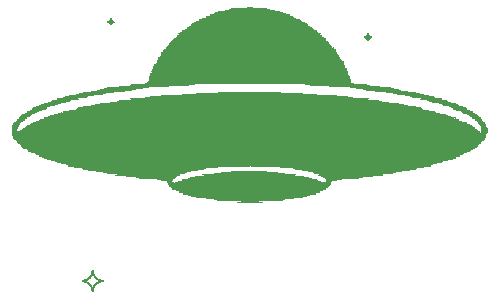
<source format=gtl>
G04*
G04 #@! TF.GenerationSoftware,Altium Limited,Altium Designer,21.8.1 (53)*
G04*
G04 Layer_Physical_Order=1*
G04 Layer_Color=255*
%FSLAX25Y25*%
%MOIN*%
G70*
G04*
G04 #@! TF.SameCoordinates,45F2FB6D-C354-490B-B6FA-590C3EB5E4E4*
G04*
G04*
G04 #@! TF.FilePolarity,Positive*
G04*
G01*
G75*
%ADD10C,0.00800*%
G36*
X156735Y165359D02*
X156228D01*
Y165258D01*
X158156D01*
Y165156D01*
X160998D01*
Y165055D01*
X161404D01*
Y164750D01*
X162216D01*
Y164649D01*
X163637D01*
Y164547D01*
X163942D01*
Y164243D01*
X164551D01*
Y164141D01*
X165769D01*
Y164040D01*
X165870D01*
Y163938D01*
X165769D01*
Y163837D01*
X165870D01*
Y163735D01*
X165972D01*
Y163837D01*
X166175D01*
Y163735D01*
X166784D01*
Y163634D01*
X167596D01*
Y163329D01*
X167697D01*
Y163228D01*
X168509D01*
Y163126D01*
X168915D01*
Y162517D01*
X169423D01*
Y162416D01*
X169930D01*
Y162111D01*
X170032D01*
Y162010D01*
X170133D01*
Y162111D01*
X170235D01*
Y162010D01*
X170844D01*
Y161908D01*
X171047D01*
Y161705D01*
X170945D01*
Y161604D01*
X171250D01*
Y161807D01*
X171149D01*
Y161908D01*
X171453D01*
Y161604D01*
X171554D01*
Y161502D01*
X172163D01*
Y161401D01*
X172468D01*
Y161096D01*
X172570D01*
Y160995D01*
X173077D01*
Y160589D01*
X173584D01*
Y160487D01*
X173990D01*
Y160183D01*
X174092D01*
Y160081D01*
X174701D01*
Y159980D01*
X174904D01*
Y159878D01*
X175005D01*
Y159980D01*
X175107D01*
Y159878D01*
X175208D01*
Y159777D01*
X175107D01*
Y159675D01*
X175005D01*
Y159777D01*
X174904D01*
Y159675D01*
X174802D01*
Y159472D01*
X175107D01*
Y159371D01*
X175310D01*
Y159269D01*
X175716D01*
Y158863D01*
X176224D01*
Y158762D01*
X176325D01*
Y158457D01*
X176629D01*
Y158356D01*
X176731D01*
Y158254D01*
X177137D01*
Y157950D01*
X177239D01*
Y157848D01*
X177848D01*
Y157747D01*
X177949D01*
Y157442D01*
X178050D01*
Y157341D01*
X178456D01*
Y156935D01*
X178863D01*
Y156833D01*
X178964D01*
Y156732D01*
X179269D01*
Y156529D01*
X178964D01*
Y156224D01*
X179167D01*
Y156326D01*
X179269D01*
Y156224D01*
X179370D01*
Y156123D01*
X179776D01*
Y155717D01*
X179878D01*
Y155615D01*
X180081D01*
Y155514D01*
X180182D01*
Y155615D01*
X180487D01*
Y155311D01*
X180588D01*
Y155209D01*
X180690D01*
Y155108D01*
X180994D01*
Y154803D01*
X181096D01*
Y154600D01*
X181502D01*
Y154194D01*
X181603D01*
Y154093D01*
X181705D01*
Y153788D01*
X182009D01*
Y153687D01*
X182111D01*
Y153585D01*
X182212D01*
Y153382D01*
X182111D01*
Y153078D01*
X182517D01*
Y152976D01*
X182618D01*
Y152570D01*
X182923D01*
Y152469D01*
X183024D01*
Y152063D01*
X183126D01*
Y151961D01*
X183430D01*
Y152063D01*
X183633D01*
Y151961D01*
X183735D01*
Y151555D01*
X183836D01*
Y151454D01*
X184242D01*
Y151048D01*
X184344D01*
Y150642D01*
X184648D01*
Y150540D01*
X184750D01*
Y149829D01*
X185156D01*
Y149424D01*
X185257D01*
Y149221D01*
X185359D01*
Y149119D01*
X185257D01*
Y149018D01*
X185359D01*
Y148916D01*
X185663D01*
Y148814D01*
X185765D01*
Y148307D01*
X186171D01*
Y147901D01*
X186272D01*
Y147394D01*
X186678D01*
Y147495D01*
X186780D01*
Y147394D01*
X186881D01*
Y146683D01*
X186983D01*
Y146176D01*
X187389D01*
Y145668D01*
X187490D01*
Y145262D01*
X187795D01*
Y145160D01*
X187896D01*
Y144653D01*
X187998D01*
Y144247D01*
X188302D01*
Y144146D01*
X188404D01*
Y143029D01*
X188505D01*
Y142927D01*
X188607D01*
Y143029D01*
X188810D01*
Y142521D01*
X188911D01*
Y141608D01*
X189013D01*
Y141506D01*
X189114D01*
Y141608D01*
X189216D01*
Y141506D01*
X189317D01*
Y140491D01*
X189419D01*
Y140288D01*
X190231D01*
Y140187D01*
X190332D01*
Y140288D01*
X190535D01*
Y140187D01*
X190637D01*
Y140085D01*
X190535D01*
Y139984D01*
X190941D01*
Y139882D01*
X193276D01*
Y139781D01*
X194798D01*
Y139679D01*
X195001D01*
Y139781D01*
X195103D01*
Y139578D01*
X194798D01*
Y139476D01*
X195610D01*
Y139375D01*
X198046D01*
Y139273D01*
X198148D01*
Y139375D01*
X198249D01*
Y139273D01*
X199569D01*
Y139070D01*
X199467D01*
Y138969D01*
X200076D01*
Y138867D01*
X202106D01*
Y138766D01*
X202817D01*
Y138461D01*
X203730D01*
Y138360D01*
X205253D01*
Y138258D01*
X205862D01*
Y137954D01*
X205761D01*
Y137852D01*
X205862D01*
Y137751D01*
X206065D01*
Y137649D01*
X207892D01*
Y137548D01*
X208400D01*
Y137243D01*
X209516D01*
Y137142D01*
X211038D01*
Y137040D01*
X211140D01*
Y136939D01*
X211038D01*
Y136837D01*
X211140D01*
Y136736D01*
X212358D01*
Y136634D01*
X212561D01*
Y136736D01*
X212663D01*
Y136634D01*
X213678D01*
Y136228D01*
X214693D01*
Y136127D01*
X215505D01*
Y135822D01*
X215911D01*
Y135721D01*
X216926D01*
Y135619D01*
X217433D01*
Y135315D01*
X217941D01*
Y135213D01*
X219463D01*
Y135112D01*
X219565D01*
Y135010D01*
X219666D01*
Y134909D01*
X219565D01*
Y134604D01*
X219971D01*
Y134503D01*
X220783D01*
Y134401D01*
X220884D01*
Y134503D01*
X221189D01*
Y134401D01*
X221290D01*
Y134097D01*
X221696D01*
Y133995D01*
X222711D01*
Y133589D01*
X223219D01*
Y133488D01*
X223828D01*
Y133386D01*
X224031D01*
Y133488D01*
X224335D01*
Y133386D01*
X224437D01*
Y133285D01*
X224335D01*
Y133183D01*
X224437D01*
Y133082D01*
X224944D01*
Y132980D01*
X225452D01*
Y132879D01*
X225756D01*
Y132777D01*
X225452D01*
Y132676D01*
X225858D01*
Y132574D01*
X226365D01*
Y132473D01*
X226771D01*
Y132168D01*
X226873D01*
Y132067D01*
X227583D01*
Y131965D01*
X227989D01*
Y131864D01*
X228091D01*
Y131762D01*
X227989D01*
Y131661D01*
X227685D01*
Y131458D01*
X228091D01*
Y131356D01*
X228598D01*
Y131255D01*
X229004D01*
Y130849D01*
X229512D01*
Y130747D01*
X229918D01*
Y130544D01*
X229816D01*
Y130646D01*
X229613D01*
Y130443D01*
X230019D01*
Y130341D01*
X230730D01*
Y129935D01*
X230933D01*
Y129834D01*
X231034D01*
Y129935D01*
X231136D01*
Y129834D01*
X231339D01*
Y129428D01*
X231745D01*
Y129326D01*
X232151D01*
Y128920D01*
X232354D01*
Y128819D01*
X232658D01*
Y128210D01*
X232760D01*
Y128108D01*
X233166D01*
Y127702D01*
X233267D01*
Y127601D01*
X233369D01*
Y127398D01*
X233267D01*
Y127296D01*
X233572D01*
Y127601D01*
X233775D01*
Y127296D01*
X233876D01*
Y127195D01*
X233978D01*
Y126687D01*
X234384D01*
Y125875D01*
X234485D01*
Y125571D01*
X234790D01*
Y125368D01*
X234688D01*
Y125469D01*
X234587D01*
Y125368D01*
X234485D01*
Y125063D01*
X234688D01*
Y125165D01*
X234790D01*
Y125063D01*
X234891D01*
Y123439D01*
X234790D01*
Y123135D01*
X234485D01*
Y122627D01*
X234384D01*
Y121815D01*
X233978D01*
Y121308D01*
X233876D01*
Y120902D01*
X233267D01*
Y120800D01*
X233166D01*
Y120394D01*
X232760D01*
Y120293D01*
X232658D01*
Y119887D01*
X232252D01*
Y119785D01*
X232151D01*
Y119684D01*
X232252D01*
Y119582D01*
X232151D01*
Y119481D01*
X231846D01*
Y119379D01*
X231745D01*
Y119278D01*
X231643D01*
Y118973D01*
X231745D01*
Y118872D01*
X231643D01*
Y118770D01*
X231339D01*
Y118669D01*
X230831D01*
Y118263D01*
X230628D01*
Y118161D01*
X230425D01*
Y118263D01*
X230121D01*
Y118161D01*
X230019D01*
Y117755D01*
X229512D01*
Y117654D01*
X229106D01*
Y117349D01*
X229004D01*
Y117248D01*
X228598D01*
Y117146D01*
X228091D01*
Y116943D01*
X228192D01*
Y116842D01*
X228091D01*
Y116740D01*
X227482D01*
Y116639D01*
X227279D01*
Y116740D01*
X226974D01*
Y116639D01*
X226873D01*
Y116334D01*
X226467D01*
Y116233D01*
X225858D01*
Y116131D01*
X225756D01*
Y116030D01*
X225655D01*
Y116131D01*
X225553D01*
Y115928D01*
X225858D01*
Y115623D01*
X225452D01*
Y115522D01*
X224944D01*
Y115420D01*
X224538D01*
Y115116D01*
X224335D01*
Y115015D01*
X223219D01*
Y114913D01*
X223117D01*
Y114812D01*
X223219D01*
Y114710D01*
X223117D01*
Y114609D01*
X222305D01*
Y114507D01*
X221696D01*
Y114406D01*
X221595D01*
Y114304D01*
X221696D01*
Y114202D01*
X221392D01*
Y114101D01*
X220478D01*
Y113999D01*
X220275D01*
Y114101D01*
X220174D01*
Y113999D01*
X219666D01*
Y113695D01*
X219565D01*
Y113593D01*
X218651D01*
Y113492D01*
X217941D01*
Y113188D01*
X217839D01*
Y113086D01*
X216824D01*
Y112985D01*
X216012D01*
Y112883D01*
X215911D01*
Y112782D01*
X216012D01*
Y112680D01*
X216215D01*
Y112782D01*
X216317D01*
Y112680D01*
X216418D01*
Y112477D01*
X215911D01*
Y112375D01*
X214287D01*
Y112274D01*
X213779D01*
Y111969D01*
X213272D01*
Y111868D01*
X212155D01*
Y111767D01*
X211952D01*
Y111868D01*
X211648D01*
Y111767D01*
X211444D01*
Y111665D01*
X211546D01*
Y111462D01*
X211038D01*
Y111361D01*
X209516D01*
Y111259D01*
X209211D01*
Y110954D01*
X207892D01*
Y110853D01*
X206775D01*
Y110751D01*
X206471D01*
Y110650D01*
X206775D01*
Y110548D01*
X206369D01*
Y110447D01*
X204238D01*
Y110345D01*
X203223D01*
Y110041D01*
X202817D01*
Y109939D01*
X200888D01*
Y109838D01*
X200787D01*
Y109939D01*
X200685D01*
Y109838D01*
X200076D01*
Y109736D01*
X199975D01*
Y109635D01*
X200076D01*
Y109330D01*
X199975D01*
Y109229D01*
X197843D01*
Y109127D01*
X196828D01*
Y108924D01*
X196930D01*
Y108823D01*
X196422D01*
Y108721D01*
X193276D01*
Y108620D01*
X191956D01*
Y108518D01*
X192058D01*
Y108315D01*
X191043D01*
Y108214D01*
X187490D01*
Y108112D01*
X186780D01*
Y108011D01*
X186881D01*
Y107808D01*
X184750D01*
Y107706D01*
X183024D01*
Y107300D01*
X182923D01*
Y107199D01*
X182618D01*
Y106691D01*
X182517D01*
Y106387D01*
X182618D01*
Y106184D01*
X182517D01*
Y105981D01*
X182111D01*
Y105575D01*
X182009D01*
Y105473D01*
X181705D01*
Y105169D01*
X181603D01*
Y105067D01*
X181502D01*
Y104966D01*
X181299D01*
Y105067D01*
X181197D01*
Y104966D01*
X181096D01*
Y104560D01*
X180588D01*
Y104458D01*
X179979D01*
Y104154D01*
X179776D01*
Y104052D01*
X178964D01*
Y103646D01*
X178355D01*
Y103545D01*
X177848D01*
Y102936D01*
X177137D01*
Y102834D01*
X176122D01*
Y102733D01*
X175818D01*
Y102428D01*
X174802D01*
Y102327D01*
X173483D01*
Y102022D01*
X173077D01*
Y101921D01*
X171554D01*
Y101819D01*
X170336D01*
Y101515D01*
X169930D01*
Y101413D01*
X167291D01*
Y101312D01*
X166682D01*
Y101210D01*
X166784D01*
Y101007D01*
X165363D01*
Y100906D01*
X160795D01*
Y100804D01*
X158867D01*
Y100703D01*
X157750D01*
Y100601D01*
X159780D01*
Y100500D01*
X160288D01*
Y100398D01*
X159983D01*
Y100297D01*
X151356D01*
Y100398D01*
X151254D01*
Y100500D01*
X151863D01*
Y100601D01*
X153081D01*
Y100703D01*
X152574D01*
Y100804D01*
X150442D01*
Y100906D01*
X145469D01*
Y101007D01*
X144555D01*
Y101312D01*
X143641D01*
Y101413D01*
X141003D01*
Y101515D01*
X140799D01*
Y101616D01*
X140901D01*
Y101718D01*
X140799D01*
Y101819D01*
X139683D01*
Y101921D01*
X137754D01*
Y102022D01*
X137653D01*
Y102124D01*
X137754D01*
Y102225D01*
X137653D01*
Y102327D01*
X136435D01*
Y102428D01*
X136333D01*
Y102327D01*
X136130D01*
Y102428D01*
X135115D01*
Y102733D01*
X135014D01*
Y102834D01*
X134100D01*
Y102936D01*
X133390D01*
Y103037D01*
X133288D01*
Y103139D01*
X133390D01*
Y103443D01*
X133288D01*
Y103545D01*
X132781D01*
Y103646D01*
X131969D01*
Y104052D01*
X131461D01*
Y104154D01*
X130954D01*
Y104560D01*
X130142D01*
Y104661D01*
X129837D01*
Y104966D01*
X129736D01*
Y105067D01*
X129330D01*
Y105169D01*
X129228D01*
Y105575D01*
X128822D01*
Y105676D01*
X128721D01*
Y105778D01*
X128822D01*
Y105879D01*
X128721D01*
Y106082D01*
X128315D01*
Y106793D01*
X128213D01*
Y107706D01*
X126082D01*
Y107808D01*
X124559D01*
Y108011D01*
X124661D01*
Y108112D01*
X123849D01*
Y108214D01*
X120195D01*
Y108315D01*
X118774D01*
Y108518D01*
X118875D01*
Y108620D01*
X118063D01*
Y108721D01*
X117962D01*
Y108620D01*
X117657D01*
Y108721D01*
X115120D01*
Y108823D01*
X114409D01*
Y109127D01*
X113293D01*
Y109229D01*
X111263D01*
Y109330D01*
X110755D01*
Y109432D01*
X110856D01*
Y109533D01*
X111161D01*
Y109635D01*
X111263D01*
Y109736D01*
X111161D01*
Y109838D01*
X110349D01*
Y109939D01*
X108624D01*
Y110041D01*
X108421D01*
Y109939D01*
X108116D01*
Y110041D01*
X107913D01*
Y110143D01*
X108015D01*
Y110345D01*
X106594D01*
Y110447D01*
X104462D01*
Y110548D01*
X104360D01*
Y110650D01*
X104462D01*
Y110751D01*
X104360D01*
Y110853D01*
X103041D01*
Y110954D01*
X101721D01*
Y111259D01*
X101620D01*
Y111361D01*
X100199D01*
Y111462D01*
X99691D01*
Y111767D01*
X99082D01*
Y111868D01*
X97661D01*
Y111969D01*
X97154D01*
Y112274D01*
X96646D01*
Y112375D01*
X94921D01*
Y112477D01*
X94819D01*
Y112680D01*
X94921D01*
Y112985D01*
X94413D01*
Y113086D01*
X93398D01*
Y113188D01*
X92688D01*
Y113391D01*
X92789D01*
Y113492D01*
X92282D01*
Y113593D01*
X91267D01*
Y113999D01*
X90759D01*
Y114101D01*
X89541D01*
Y114507D01*
X88628D01*
Y114609D01*
X88019D01*
Y114913D01*
X87714D01*
Y115015D01*
X87105D01*
Y115116D01*
X86395D01*
Y115420D01*
X86293D01*
Y115522D01*
X85481D01*
Y115623D01*
X85380D01*
Y115725D01*
X85278D01*
Y115826D01*
X85380D01*
Y116131D01*
X85278D01*
Y116233D01*
X85177D01*
Y116131D01*
X84974D01*
Y116233D01*
X84466D01*
Y116334D01*
X84263D01*
Y116537D01*
X84365D01*
Y116639D01*
X83959D01*
Y116740D01*
X83147D01*
Y116842D01*
X82741D01*
Y117146D01*
X82639D01*
Y117248D01*
X82132D01*
Y117349D01*
X81827D01*
Y117451D01*
X82132D01*
Y117552D01*
X81827D01*
Y117654D01*
X81726D01*
Y117755D01*
X81218D01*
Y118161D01*
X80711D01*
Y118263D01*
X80102D01*
Y118669D01*
X79594D01*
Y118770D01*
X79493D01*
Y119075D01*
X79594D01*
Y119278D01*
X79493D01*
Y119379D01*
X79087D01*
Y119481D01*
X78985D01*
Y119785D01*
X78681D01*
Y119887D01*
X78579D01*
Y119988D01*
X78478D01*
Y120293D01*
X78173D01*
Y120394D01*
X78072D01*
Y120800D01*
X77666D01*
Y120902D01*
X77564D01*
Y121308D01*
X76955D01*
Y121409D01*
X76854D01*
Y122018D01*
X76752D01*
Y122120D01*
X76854D01*
Y122526D01*
X76447D01*
Y123135D01*
X76346D01*
Y125672D01*
X76447D01*
Y126180D01*
X76752D01*
Y126281D01*
X76854D01*
Y126789D01*
X76955D01*
Y127195D01*
X77260D01*
Y127093D01*
X77463D01*
Y127195D01*
X77564D01*
Y127601D01*
X77666D01*
Y127702D01*
X78072D01*
Y128108D01*
X78173D01*
Y128210D01*
X78579D01*
Y128920D01*
X78985D01*
Y129022D01*
X79087D01*
Y129326D01*
X79493D01*
Y129428D01*
X79594D01*
Y129834D01*
X80102D01*
Y129935D01*
X80203D01*
Y130037D01*
X80305D01*
Y129935D01*
X80711D01*
Y130341D01*
X81218D01*
Y130443D01*
X81320D01*
Y130849D01*
X82132D01*
Y130950D01*
X82233D01*
Y131255D01*
X82639D01*
Y131356D01*
X83147D01*
Y131458D01*
X83248D01*
Y131661D01*
X83147D01*
Y131965D01*
X83248D01*
Y132067D01*
X84365D01*
Y132168D01*
X84466D01*
Y132270D01*
X84365D01*
Y132473D01*
X84568D01*
Y132574D01*
X84669D01*
Y132473D01*
X84771D01*
Y132574D01*
X85380D01*
Y132980D01*
X85989D01*
Y133082D01*
X87004D01*
Y133386D01*
X87105D01*
Y133488D01*
X88019D01*
Y133589D01*
X88526D01*
Y133792D01*
X88425D01*
Y133894D01*
X88526D01*
Y133995D01*
X89440D01*
Y134097D01*
X89643D01*
Y134401D01*
X89947D01*
Y134097D01*
X90150D01*
Y134300D01*
X90049D01*
Y134401D01*
X90252D01*
Y134503D01*
X91165D01*
Y134604D01*
X91368D01*
Y134807D01*
X91267D01*
Y135112D01*
X91673D01*
Y135213D01*
X92789D01*
Y135315D01*
X93500D01*
Y135518D01*
X93398D01*
Y135619D01*
X94007D01*
Y135721D01*
X95022D01*
Y135822D01*
X95124D01*
Y135721D01*
X95327D01*
Y135822D01*
X95428D01*
Y136127D01*
X95936D01*
Y136228D01*
X97255D01*
Y136330D01*
X97357D01*
Y136228D01*
X97458D01*
Y136330D01*
X97560D01*
Y136634D01*
X98575D01*
Y136736D01*
X99793D01*
Y137040D01*
X100199D01*
Y137142D01*
X101620D01*
Y137243D01*
X102838D01*
Y137446D01*
X102533D01*
Y137548D01*
X103041D01*
Y137649D01*
X104868D01*
Y137751D01*
X105578D01*
Y137852D01*
X105680D01*
Y137954D01*
X105578D01*
Y138258D01*
X105680D01*
Y138360D01*
X107202D01*
Y138461D01*
X108116D01*
Y138766D01*
X108826D01*
Y138867D01*
X110755D01*
Y138969D01*
X111973D01*
Y139070D01*
X111872D01*
Y139273D01*
X112887D01*
Y139375D01*
X115627D01*
Y139476D01*
X116135D01*
Y139781D01*
X117657D01*
Y139882D01*
X117962D01*
Y139781D01*
X118063D01*
Y139882D01*
X120296D01*
Y139984D01*
X120398D01*
Y139882D01*
X120601D01*
Y139984D01*
X120702D01*
Y140085D01*
X120601D01*
Y140187D01*
X120702D01*
Y140288D01*
X121413D01*
Y140390D01*
X121514D01*
Y140491D01*
X121717D01*
Y140390D01*
X121819D01*
Y140796D01*
X121920D01*
Y142014D01*
X122022D01*
Y142420D01*
X122225D01*
Y142318D01*
X122123D01*
Y142115D01*
X122326D01*
Y142521D01*
X122428D01*
Y143130D01*
X122529D01*
Y143232D01*
X122428D01*
Y143333D01*
X122529D01*
Y143435D01*
X122834D01*
Y143638D01*
X122935D01*
Y143841D01*
X122834D01*
Y144146D01*
X122935D01*
Y144755D01*
X123341D01*
Y145262D01*
X123443D01*
Y145770D01*
X123849D01*
Y146581D01*
X123950D01*
Y146683D01*
X124052D01*
Y146784D01*
X124153D01*
Y146683D01*
X124458D01*
Y146784D01*
X124559D01*
Y147394D01*
X124661D01*
Y147901D01*
X125067D01*
Y148408D01*
X125168D01*
Y148814D01*
X125371D01*
Y148713D01*
X125473D01*
Y148814D01*
X125574D01*
Y149322D01*
X125980D01*
Y149728D01*
X126082D01*
Y149931D01*
X126183D01*
Y150235D01*
X126082D01*
Y150438D01*
X126183D01*
Y150540D01*
X126589D01*
Y151048D01*
X126995D01*
Y151454D01*
X127097D01*
Y151555D01*
X127198D01*
Y151657D01*
X127300D01*
Y151555D01*
X127706D01*
Y151961D01*
X127807D01*
Y152164D01*
X127909D01*
Y152266D01*
X127807D01*
Y152367D01*
X127909D01*
Y152469D01*
X128010D01*
Y152367D01*
X128112D01*
Y152469D01*
X128213D01*
Y152570D01*
X128315D01*
Y152976D01*
X128721D01*
Y153078D01*
X128822D01*
Y153382D01*
X128721D01*
Y153585D01*
X128822D01*
Y153687D01*
X129127D01*
Y153788D01*
X129228D01*
Y154194D01*
X129634D01*
Y154296D01*
X129736D01*
Y154702D01*
X130142D01*
Y154803D01*
X130243D01*
Y155209D01*
X130954D01*
Y155615D01*
X131055D01*
Y155717D01*
X131157D01*
Y155615D01*
X131360D01*
Y155717D01*
X131461D01*
Y156123D01*
X131867D01*
Y156224D01*
X131969D01*
Y156529D01*
X131867D01*
Y156732D01*
X131969D01*
Y156833D01*
X132375D01*
Y156935D01*
X132476D01*
Y157341D01*
X132882D01*
Y157442D01*
X132984D01*
Y157544D01*
X133085D01*
Y157442D01*
X133288D01*
Y157645D01*
X132984D01*
Y157747D01*
X133288D01*
Y157848D01*
X133491D01*
Y157950D01*
X133694D01*
Y157848D01*
X133999D01*
Y157950D01*
X134100D01*
Y158356D01*
X134608D01*
Y158762D01*
X134709D01*
Y158863D01*
X134811D01*
Y158762D01*
X135014D01*
Y158863D01*
X135115D01*
Y158965D01*
X135217D01*
Y159269D01*
X135318D01*
Y159168D01*
X135420D01*
Y159269D01*
X135623D01*
Y159371D01*
X136029D01*
Y159472D01*
X136130D01*
Y159574D01*
X136029D01*
Y159980D01*
X136435D01*
Y160081D01*
X136739D01*
Y160183D01*
X136841D01*
Y160081D01*
X137145D01*
Y160183D01*
X137247D01*
Y160284D01*
X137145D01*
Y160386D01*
X137247D01*
Y160487D01*
X137653D01*
Y160589D01*
X137856D01*
Y160995D01*
X137957D01*
Y160893D01*
X138161D01*
Y160995D01*
X138364D01*
Y161096D01*
X138465D01*
Y160995D01*
X138567D01*
Y161096D01*
X138769D01*
Y161502D01*
X139582D01*
Y161604D01*
X139785D01*
Y161705D01*
X139683D01*
Y161908D01*
X140393D01*
Y162010D01*
X140901D01*
Y162111D01*
X141003D01*
Y162416D01*
X141409D01*
Y162517D01*
X141916D01*
Y162619D01*
X142322D01*
Y162822D01*
X142220D01*
Y162923D01*
X142119D01*
Y162822D01*
X142017D01*
Y163126D01*
X142119D01*
Y163025D01*
X142220D01*
Y163126D01*
X142423D01*
Y163228D01*
X143540D01*
Y163329D01*
X143641D01*
Y163634D01*
X144149D01*
Y163735D01*
X145063D01*
Y163837D01*
X145164D01*
Y163938D01*
X145063D01*
Y164040D01*
X145164D01*
Y164141D01*
X146281D01*
Y164243D01*
X147194D01*
Y164344D01*
X147296D01*
Y164446D01*
X147194D01*
Y164547D01*
X147296D01*
Y164649D01*
X148717D01*
Y164750D01*
X149529D01*
Y164953D01*
X149427D01*
Y165055D01*
X149935D01*
Y165156D01*
X152675D01*
Y165258D01*
X155010D01*
Y165359D01*
X154604D01*
Y165461D01*
X154502D01*
Y165562D01*
X156735D01*
Y165359D01*
D02*
G37*
G36*
X109337Y162279D02*
X109635Y161558D01*
X110187Y161006D01*
X110908Y160707D01*
X111299Y160669D01*
X110908Y160631D01*
X110187Y160332D01*
X109635Y159780D01*
X109337Y159059D01*
X109299Y158669D01*
X109260Y159059D01*
X108961Y159780D01*
X108410Y160332D01*
X107689Y160631D01*
X107299Y160669D01*
X107689Y160707D01*
X108410Y161006D01*
X108961Y161558D01*
X109260Y162279D01*
X109299Y162669D01*
X109337Y162279D01*
D02*
G37*
G36*
X195124Y157196D02*
X195423Y156475D01*
X195975Y155923D01*
X196696Y155624D01*
X197086Y155586D01*
X196696Y155547D01*
X195975Y155249D01*
X195423Y154697D01*
X195124Y153976D01*
X195086Y153586D01*
X195047Y153976D01*
X194749Y154697D01*
X194197Y155249D01*
X193476Y155547D01*
X193086Y155586D01*
X193476Y155624D01*
X194197Y155923D01*
X194749Y156475D01*
X195047Y157196D01*
X195086Y157586D01*
X195124Y157196D01*
D02*
G37*
%LPC*%
G36*
X135420Y159066D02*
X135318D01*
Y158965D01*
X135420D01*
Y159066D01*
D02*
G37*
G36*
X180182Y155412D02*
X180081D01*
Y155311D01*
X180182D01*
Y155412D01*
D02*
G37*
G36*
X181299Y154397D02*
X181197D01*
Y154296D01*
X181299D01*
Y154397D01*
D02*
G37*
G36*
X125473Y148611D02*
X125371D01*
Y148510D01*
X125473D01*
Y148611D01*
D02*
G37*
G36*
X199264Y139070D02*
X198960D01*
Y138969D01*
X199264D01*
Y139070D01*
D02*
G37*
G36*
X108624Y138664D02*
X108421D01*
Y138461D01*
X108624D01*
Y138664D01*
D02*
G37*
G36*
X170844Y139882D02*
X140393D01*
Y139781D01*
X137247D01*
Y139578D01*
X137348D01*
Y139476D01*
X135521D01*
Y139375D01*
X129837D01*
Y139273D01*
X128315D01*
Y139172D01*
X128721D01*
Y138969D01*
X126082D01*
Y138867D01*
X122834D01*
Y138766D01*
X122022D01*
Y138664D01*
X122326D01*
Y138563D01*
X122022D01*
Y138461D01*
X120195D01*
Y138360D01*
X118165D01*
Y138258D01*
X117860D01*
Y138360D01*
X117657D01*
Y138258D01*
X117454D01*
Y138055D01*
X117556D01*
Y137954D01*
X117759D01*
Y137852D01*
X117556D01*
Y137751D01*
X116541D01*
Y137649D01*
X114003D01*
Y137548D01*
X113800D01*
Y137446D01*
X113902D01*
Y137345D01*
X113800D01*
Y137243D01*
X111973D01*
Y137142D01*
X110248D01*
Y137040D01*
X110146D01*
Y136837D01*
X109740D01*
Y136736D01*
X107608D01*
Y136634D01*
X106594D01*
Y136533D01*
X106492D01*
Y136431D01*
X106594D01*
Y136330D01*
X106187D01*
Y136228D01*
X104360D01*
Y136127D01*
X103853D01*
Y135822D01*
X103447D01*
Y135721D01*
X101721D01*
Y135619D01*
X101214D01*
Y135518D01*
X101315D01*
Y135416D01*
X101214D01*
Y135315D01*
X100300D01*
Y135213D01*
X98981D01*
Y135112D01*
X98473D01*
Y134909D01*
X98575D01*
Y134807D01*
X98676D01*
Y134706D01*
X98575D01*
Y134604D01*
X98067D01*
Y134503D01*
X96646D01*
Y134401D01*
X96545D01*
Y134097D01*
X96139D01*
Y134300D01*
X96240D01*
Y134401D01*
X96037D01*
Y134097D01*
X95834D01*
Y133995D01*
X94819D01*
Y133894D01*
X94413D01*
Y133792D01*
X94515D01*
Y133691D01*
X94413D01*
Y133589D01*
X93804D01*
Y133488D01*
X92688D01*
Y133386D01*
X92586D01*
Y133285D01*
X92688D01*
Y133183D01*
X92586D01*
Y133082D01*
X91571D01*
Y132980D01*
X91470D01*
Y133082D01*
X91368D01*
Y132980D01*
X90759D01*
Y132676D01*
X90658D01*
Y132574D01*
X89541D01*
Y132473D01*
X89034D01*
Y132168D01*
X88932D01*
Y132067D01*
X88120D01*
Y131965D01*
X88019D01*
Y131864D01*
X87917D01*
Y131762D01*
X88019D01*
Y131458D01*
X87613D01*
Y131356D01*
X87004D01*
Y131255D01*
X86395D01*
Y130950D01*
X85989D01*
Y130849D01*
X85380D01*
Y130747D01*
X85278D01*
Y130443D01*
X84872D01*
Y130341D01*
X84365D01*
Y130240D01*
X84060D01*
Y130037D01*
X83959D01*
Y129935D01*
X83756D01*
Y129834D01*
X83553D01*
Y129935D01*
X83350D01*
Y129834D01*
X83147D01*
Y129529D01*
X83045D01*
Y129428D01*
X82944D01*
Y129529D01*
X82842D01*
Y129428D01*
X82639D01*
Y129326D01*
X82233D01*
Y129022D01*
X82132D01*
Y128920D01*
X81624D01*
Y128819D01*
X81320D01*
Y128717D01*
X81218D01*
Y128514D01*
X81320D01*
Y128311D01*
X81218D01*
Y128210D01*
X80812D01*
Y128108D01*
X80711D01*
Y127702D01*
X80000D01*
Y127296D01*
X79594D01*
Y127195D01*
X79493D01*
Y126789D01*
X79087D01*
Y126586D01*
X78985D01*
Y126281D01*
X78681D01*
Y126180D01*
X78579D01*
Y125571D01*
X78478D01*
Y125368D01*
X78579D01*
Y125165D01*
X78478D01*
Y124962D01*
X78173D01*
Y124048D01*
X78985D01*
Y124150D01*
X79087D01*
Y124454D01*
X79188D01*
Y124556D01*
X79594D01*
Y124962D01*
X80102D01*
Y125063D01*
X80711D01*
Y125672D01*
X81117D01*
Y125774D01*
X81320D01*
Y126180D01*
X81523D01*
Y126078D01*
X81624D01*
Y126180D01*
X81827D01*
Y126281D01*
X82233D01*
Y126586D01*
X82335D01*
Y126687D01*
X82842D01*
Y126789D01*
X82944D01*
Y126687D01*
X83045D01*
Y126789D01*
X83248D01*
Y127093D01*
X83350D01*
Y127195D01*
X83553D01*
Y127093D01*
X83756D01*
Y127195D01*
X84365D01*
Y127296D01*
X84466D01*
Y127601D01*
X84872D01*
Y127702D01*
X85481D01*
Y127804D01*
X85786D01*
Y128108D01*
X85989D01*
Y128210D01*
X87004D01*
Y128311D01*
X87105D01*
Y128514D01*
X87004D01*
Y128717D01*
X87105D01*
Y128819D01*
X87511D01*
Y128920D01*
X88222D01*
Y129022D01*
X88323D01*
Y128920D01*
X88425D01*
Y129022D01*
X88526D01*
Y129326D01*
X89135D01*
Y129428D01*
X90252D01*
Y129834D01*
X91267D01*
Y129935D01*
X91774D01*
Y130341D01*
X92789D01*
Y130443D01*
X93094D01*
Y130341D01*
X93297D01*
Y130443D01*
X93500D01*
Y130747D01*
X93906D01*
Y130849D01*
X95022D01*
Y130950D01*
X95124D01*
Y130849D01*
X95225D01*
Y130950D01*
X95428D01*
Y131255D01*
X96545D01*
Y131356D01*
X97560D01*
Y131458D01*
X98067D01*
Y131661D01*
X97966D01*
Y131762D01*
X97661D01*
Y131864D01*
X97966D01*
Y131965D01*
X98473D01*
Y132067D01*
X99793D01*
Y132168D01*
X100199D01*
Y132473D01*
X100808D01*
Y132574D01*
X102432D01*
Y132676D01*
X102838D01*
Y132980D01*
X103954D01*
Y133082D01*
X105578D01*
Y133183D01*
X105680D01*
Y133386D01*
X105984D01*
Y133488D01*
X107608D01*
Y133589D01*
X108928D01*
Y133691D01*
X109029D01*
Y133589D01*
X109131D01*
Y133792D01*
X108826D01*
Y133894D01*
X109334D01*
Y133995D01*
X111263D01*
Y134097D01*
X112075D01*
Y134198D01*
X111973D01*
Y134401D01*
X112887D01*
Y134503D01*
X115221D01*
Y134604D01*
X116033D01*
Y134706D01*
X116135D01*
Y134807D01*
X116033D01*
Y134909D01*
X115627D01*
Y135112D01*
X116541D01*
Y135213D01*
X119383D01*
Y135315D01*
X119484D01*
Y135213D01*
X119687D01*
Y135315D01*
X120804D01*
Y135416D01*
X120702D01*
Y135619D01*
X122428D01*
Y135721D01*
X125980D01*
Y135822D01*
X126183D01*
Y136127D01*
X128721D01*
Y136228D01*
X132781D01*
Y136330D01*
X132984D01*
Y136431D01*
X132882D01*
Y136533D01*
X132984D01*
Y136634D01*
X137754D01*
Y136736D01*
X143641D01*
Y136837D01*
X144149D01*
Y136939D01*
X143641D01*
Y137040D01*
X145063D01*
Y137142D01*
X166175D01*
Y137040D01*
X167291D01*
Y136939D01*
X166784D01*
Y136837D01*
X167291D01*
Y136736D01*
X167494D01*
Y136837D01*
X167596D01*
Y136736D01*
X173483D01*
Y136634D01*
X177949D01*
Y136330D01*
X178355D01*
Y136228D01*
X182517D01*
Y136127D01*
X184648D01*
Y135924D01*
X184344D01*
Y135822D01*
X185156D01*
Y135721D01*
X188505D01*
Y135619D01*
X188607D01*
Y135721D01*
X188810D01*
Y135619D01*
X190231D01*
Y135518D01*
X190129D01*
Y135315D01*
X191550D01*
Y135213D01*
X194697D01*
Y135112D01*
X195306D01*
Y134909D01*
X195204D01*
Y134807D01*
X195103D01*
Y134706D01*
X195204D01*
Y134604D01*
X195712D01*
Y134503D01*
X198351D01*
Y134401D01*
X198858D01*
Y134097D01*
X199569D01*
Y133995D01*
X201599D01*
Y133894D01*
X202106D01*
Y133792D01*
X202005D01*
Y133691D01*
X202106D01*
Y133589D01*
X203324D01*
Y133488D01*
X205152D01*
Y133386D01*
X205354D01*
Y133285D01*
X205253D01*
Y133183D01*
X205354D01*
Y133082D01*
X205557D01*
Y133183D01*
X205862D01*
Y133082D01*
X206979D01*
Y132980D01*
X208400D01*
Y132676D01*
X208501D01*
Y132574D01*
X208704D01*
Y132676D01*
X209009D01*
Y132574D01*
X210125D01*
Y132473D01*
X211038D01*
Y132270D01*
X210937D01*
Y132168D01*
X211038D01*
Y132067D01*
X212764D01*
Y131965D01*
X213170D01*
Y131864D01*
X213272D01*
Y131762D01*
X213170D01*
Y131661D01*
X212866D01*
Y131458D01*
X212967D01*
Y131559D01*
X213069D01*
Y131458D01*
X213272D01*
Y131356D01*
X214591D01*
Y131255D01*
X215505D01*
Y130950D01*
X215911D01*
Y130849D01*
X217027D01*
Y130747D01*
X217129D01*
Y130849D01*
X217230D01*
Y130747D01*
X217433D01*
Y130443D01*
X217839D01*
Y130341D01*
X219159D01*
Y130240D01*
X219260D01*
Y130138D01*
X219159D01*
Y129935D01*
X219362D01*
Y130037D01*
X219463D01*
Y129935D01*
X219971D01*
Y129834D01*
X220681D01*
Y129732D01*
X220986D01*
Y129834D01*
X221087D01*
Y129732D01*
X221189D01*
Y129428D01*
X221798D01*
Y129326D01*
X222711D01*
Y128920D01*
X223625D01*
Y128819D01*
X224335D01*
Y128717D01*
X224437D01*
Y128616D01*
X224335D01*
Y128514D01*
X224234D01*
Y128311D01*
X224335D01*
Y128210D01*
X224944D01*
Y128108D01*
X225452D01*
Y127702D01*
X225959D01*
Y127601D01*
X226467D01*
Y127296D01*
X226771D01*
Y127195D01*
X227583D01*
Y127093D01*
X227989D01*
Y126789D01*
X228091D01*
Y126687D01*
X228598D01*
Y126586D01*
X228700D01*
Y126281D01*
X228801D01*
Y126383D01*
X228903D01*
Y126281D01*
X229106D01*
Y126180D01*
X229512D01*
Y126078D01*
X229613D01*
Y125977D01*
X229512D01*
Y125875D01*
X229613D01*
Y125774D01*
X230019D01*
Y125672D01*
X230730D01*
Y125063D01*
X230831D01*
Y124962D01*
X231237D01*
Y124860D01*
X231339D01*
Y124759D01*
X231237D01*
Y124657D01*
X231339D01*
Y124556D01*
X231745D01*
Y124454D01*
X231846D01*
Y124150D01*
X232151D01*
Y124048D01*
X232252D01*
Y123947D01*
X232354D01*
Y123642D01*
X232557D01*
Y123947D01*
X232658D01*
Y124048D01*
X232760D01*
Y125165D01*
X232658D01*
Y125368D01*
X232760D01*
Y125571D01*
X232658D01*
Y125774D01*
X232354D01*
Y125875D01*
X232252D01*
Y126281D01*
X232151D01*
Y126687D01*
X231745D01*
Y127093D01*
X231643D01*
Y127195D01*
X231237D01*
Y127601D01*
X231136D01*
Y127702D01*
X230730D01*
Y128108D01*
X230121D01*
Y128210D01*
X229613D01*
Y128819D01*
X229512D01*
Y128920D01*
X229106D01*
Y129022D01*
X229004D01*
Y129326D01*
X228598D01*
Y129428D01*
X228091D01*
Y129834D01*
X227583D01*
Y129935D01*
X226873D01*
Y130341D01*
X226365D01*
Y130443D01*
X225858D01*
Y130646D01*
X225959D01*
Y130747D01*
X225858D01*
Y130849D01*
X224944D01*
Y130950D01*
X224538D01*
Y131255D01*
X224437D01*
Y131356D01*
X223320D01*
Y131458D01*
X223219D01*
Y131965D01*
X223117D01*
Y132067D01*
X223016D01*
Y131965D01*
X222813D01*
Y132067D01*
X222204D01*
Y132168D01*
X221798D01*
Y132371D01*
X221899D01*
Y132473D01*
X221696D01*
Y132574D01*
X220478D01*
Y132676D01*
X220072D01*
Y132777D01*
X220174D01*
Y132879D01*
X220072D01*
Y132980D01*
X219565D01*
Y133082D01*
X218550D01*
Y133488D01*
X218144D01*
Y133386D01*
X218042D01*
Y133488D01*
X217433D01*
Y133589D01*
X216418D01*
Y133995D01*
X215403D01*
Y134097D01*
X214591D01*
Y134300D01*
X214693D01*
Y134401D01*
X214185D01*
Y134503D01*
X213170D01*
Y134604D01*
X212257D01*
Y134807D01*
X212358D01*
Y134909D01*
X212764D01*
Y135010D01*
X212663D01*
Y135112D01*
X212257D01*
Y135213D01*
X210531D01*
Y135315D01*
X209617D01*
Y135518D01*
X209719D01*
Y135619D01*
X209516D01*
Y135721D01*
X209313D01*
Y135619D01*
X209211D01*
Y135721D01*
X207790D01*
Y135822D01*
X207283D01*
Y135924D01*
X207384D01*
Y136127D01*
X206775D01*
Y136228D01*
X204745D01*
Y136330D01*
X204644D01*
Y136634D01*
X203324D01*
Y136736D01*
X201497D01*
Y136837D01*
X201091D01*
Y136939D01*
X201193D01*
Y137040D01*
X201091D01*
Y137142D01*
X198960D01*
Y137243D01*
X197437D01*
Y137345D01*
X197336D01*
Y137446D01*
X197437D01*
Y137548D01*
X196930D01*
Y137649D01*
X194392D01*
Y137751D01*
X193276D01*
Y138055D01*
X193682D01*
Y138258D01*
X193276D01*
Y138360D01*
X191043D01*
Y138461D01*
X188911D01*
Y138563D01*
X188810D01*
Y138664D01*
X188911D01*
Y138766D01*
X188404D01*
Y138867D01*
X184750D01*
Y138969D01*
X182111D01*
Y139172D01*
X182517D01*
Y139273D01*
X181096D01*
Y139375D01*
X175615D01*
Y139476D01*
X175513D01*
Y139375D01*
X175310D01*
Y139476D01*
X173584D01*
Y139578D01*
X173889D01*
Y139679D01*
X173990D01*
Y139781D01*
X170844D01*
Y139882D01*
D02*
G37*
G36*
X205557Y138055D02*
X205354D01*
Y137954D01*
X205253D01*
Y137852D01*
X205354D01*
Y137751D01*
X205557D01*
Y137852D01*
X205659D01*
Y137954D01*
X205557D01*
Y138055D01*
D02*
G37*
G36*
X109943Y137040D02*
X109842D01*
Y136939D01*
X109943D01*
Y137040D01*
D02*
G37*
G36*
X126488Y135924D02*
X126386D01*
Y135822D01*
X126488D01*
Y135924D01*
D02*
G37*
G36*
X105984Y133285D02*
X105883D01*
Y133183D01*
X105984D01*
Y133285D01*
D02*
G37*
G36*
X228801Y131052D02*
X228700D01*
Y130950D01*
X228801D01*
Y131052D01*
D02*
G37*
G36*
X85177Y130747D02*
X85075D01*
Y130646D01*
X85177D01*
Y130747D01*
D02*
G37*
G36*
X93804Y130544D02*
X93703D01*
Y130443D01*
X93804D01*
Y130544D01*
D02*
G37*
G36*
X220884Y129631D02*
X220681D01*
Y129529D01*
X220884D01*
Y129631D01*
D02*
G37*
G36*
X224132Y128514D02*
X223828D01*
Y128311D01*
X224132D01*
Y128514D01*
D02*
G37*
G36*
X227786Y126890D02*
X227685D01*
Y126789D01*
X227786D01*
Y126890D01*
D02*
G37*
G36*
X221493Y114406D02*
X221392D01*
Y114304D01*
X221493D01*
Y114406D01*
D02*
G37*
G36*
X156126Y112477D02*
X155822D01*
Y112375D01*
X146890D01*
Y112274D01*
X145063D01*
Y111969D01*
X144149D01*
Y111868D01*
X141409D01*
Y111767D01*
X140901D01*
Y111665D01*
X141003D01*
Y111462D01*
X140393D01*
Y111361D01*
X138567D01*
Y111259D01*
X138465D01*
Y111361D01*
X138364D01*
Y111259D01*
X138262D01*
Y110954D01*
X137247D01*
Y110853D01*
X136029D01*
Y110751D01*
X135927D01*
Y110650D01*
X136029D01*
Y110548D01*
X135623D01*
Y110447D01*
X134608D01*
Y110345D01*
X134100D01*
Y110041D01*
X133897D01*
Y109939D01*
X133796D01*
Y110041D01*
X133491D01*
Y109939D01*
X132781D01*
Y109838D01*
X132375D01*
Y109533D01*
X132476D01*
Y109330D01*
X132375D01*
Y109229D01*
X131867D01*
Y109127D01*
X131461D01*
Y108823D01*
X131360D01*
Y108721D01*
X130954D01*
Y108620D01*
X130852D01*
Y108315D01*
X130243D01*
Y108214D01*
X130142D01*
Y107706D01*
X129837D01*
Y107605D01*
X129736D01*
Y107402D01*
X129837D01*
Y107300D01*
X130142D01*
Y107199D01*
X130243D01*
Y106894D01*
X130345D01*
Y106793D01*
X130852D01*
Y107097D01*
X130954D01*
Y107199D01*
X131461D01*
Y107300D01*
X131867D01*
Y107605D01*
X131969D01*
Y107706D01*
X132882D01*
Y107808D01*
X132984D01*
Y108112D01*
X133390D01*
Y108214D01*
X134608D01*
Y108315D01*
X135014D01*
Y108620D01*
X135623D01*
Y108721D01*
X137247D01*
Y108823D01*
X137348D01*
Y108924D01*
X137247D01*
Y109026D01*
X137348D01*
Y109127D01*
X138668D01*
Y109229D01*
X139785D01*
Y109330D01*
X140393D01*
Y109533D01*
X140292D01*
Y109635D01*
X140089D01*
Y109533D01*
X139785D01*
Y109838D01*
X140089D01*
Y109736D01*
X140292D01*
Y109838D01*
X141003D01*
Y109939D01*
X143134D01*
Y110041D01*
X143641D01*
Y110143D01*
X143540D01*
Y110244D01*
X143641D01*
Y110345D01*
X145672D01*
Y110447D01*
X145875D01*
Y110345D01*
X146179D01*
Y110447D01*
X149529D01*
Y110548D01*
X149935D01*
Y110650D01*
X149529D01*
Y110751D01*
X150848D01*
Y110853D01*
X160389D01*
Y110751D01*
X161303D01*
Y110650D01*
X160897D01*
Y110548D01*
X161303D01*
Y110447D01*
X164652D01*
Y110345D01*
X164855D01*
Y110447D01*
X165160D01*
Y110345D01*
X167291D01*
Y110041D01*
X167697D01*
Y109939D01*
X169930D01*
Y109838D01*
X170844D01*
Y109736D01*
X170945D01*
Y109533D01*
X170844D01*
Y109330D01*
X170945D01*
Y109229D01*
X172468D01*
Y109127D01*
X173584D01*
Y109026D01*
X173889D01*
Y108924D01*
X173584D01*
Y108823D01*
X173990D01*
Y108721D01*
X175310D01*
Y108620D01*
X176224D01*
Y108315D01*
X176325D01*
Y108214D01*
X176426D01*
Y108315D01*
X176528D01*
Y108214D01*
X177848D01*
Y108112D01*
X177949D01*
Y107808D01*
X178355D01*
Y107706D01*
X178964D01*
Y107605D01*
X179269D01*
Y107300D01*
X179472D01*
Y107199D01*
X179979D01*
Y107097D01*
X180182D01*
Y107199D01*
X180791D01*
Y107097D01*
X180994D01*
Y107199D01*
X181096D01*
Y108112D01*
X180994D01*
Y108214D01*
X180588D01*
Y108620D01*
X180487D01*
Y108721D01*
X180284D01*
Y108620D01*
X179979D01*
Y108721D01*
X179776D01*
Y108823D01*
X179472D01*
Y109127D01*
X179269D01*
Y109229D01*
X179167D01*
Y109127D01*
X179066D01*
Y109229D01*
X178558D01*
Y109330D01*
X178456D01*
Y109635D01*
X178558D01*
Y109736D01*
X178456D01*
Y109838D01*
X178355D01*
Y109939D01*
X177239D01*
Y110041D01*
X177137D01*
Y110345D01*
X176629D01*
Y110447D01*
X175310D01*
Y110548D01*
X175208D01*
Y110853D01*
X173990D01*
Y110954D01*
X172976D01*
Y111056D01*
X172773D01*
Y110954D01*
X172671D01*
Y111259D01*
X172570D01*
Y111361D01*
X170844D01*
Y111462D01*
X169930D01*
Y111767D01*
X169829D01*
Y111868D01*
X166784D01*
Y111969D01*
X165769D01*
Y112172D01*
X166175D01*
Y112274D01*
X164043D01*
Y112375D01*
X156126D01*
Y112477D01*
D02*
G37*
G36*
X172976Y111259D02*
X172773D01*
Y111158D01*
X172976D01*
Y111259D01*
D02*
G37*
G36*
X179776Y109026D02*
X179675D01*
Y108924D01*
X179776D01*
Y109026D01*
D02*
G37*
G36*
X119180Y108620D02*
X118977D01*
Y108518D01*
X119180D01*
Y108620D01*
D02*
G37*
G36*
X186577Y108112D02*
X186272D01*
Y108011D01*
X186577D01*
Y108112D01*
D02*
G37*
G36*
X179167Y107503D02*
X179066D01*
Y107402D01*
X179167D01*
Y107503D01*
D02*
G37*
G36*
X180994Y106996D02*
X180791D01*
Y106894D01*
X180994D01*
Y106996D01*
D02*
G37*
G36*
X177543Y103443D02*
X177340D01*
Y103240D01*
X177543D01*
Y103443D01*
D02*
G37*
G36*
X173280Y102225D02*
X173179D01*
Y102124D01*
X173280D01*
Y102225D01*
D02*
G37*
%LPD*%
D10*
X103241Y77721D02*
G03*
X106741Y74221I3500J-0D01*
G01*
X106741Y74221D02*
G03*
X103241Y70721I-0J-3500D01*
G01*
X99741Y74221D02*
G03*
X103241Y77721I0J3500D01*
G01*
Y70721D02*
G03*
X99741Y74221I-3500J0D01*
G01*
X103279Y77663D02*
G03*
X106779Y74164I3500J-0D01*
G01*
X106779Y74164D02*
G03*
X103279Y70663I-0J-3500D01*
G01*
X99779Y74164D02*
G03*
X103279Y77663I0J3500D01*
G01*
Y70663D02*
G03*
X99779Y74164I-3500J0D01*
G01*
M02*

</source>
